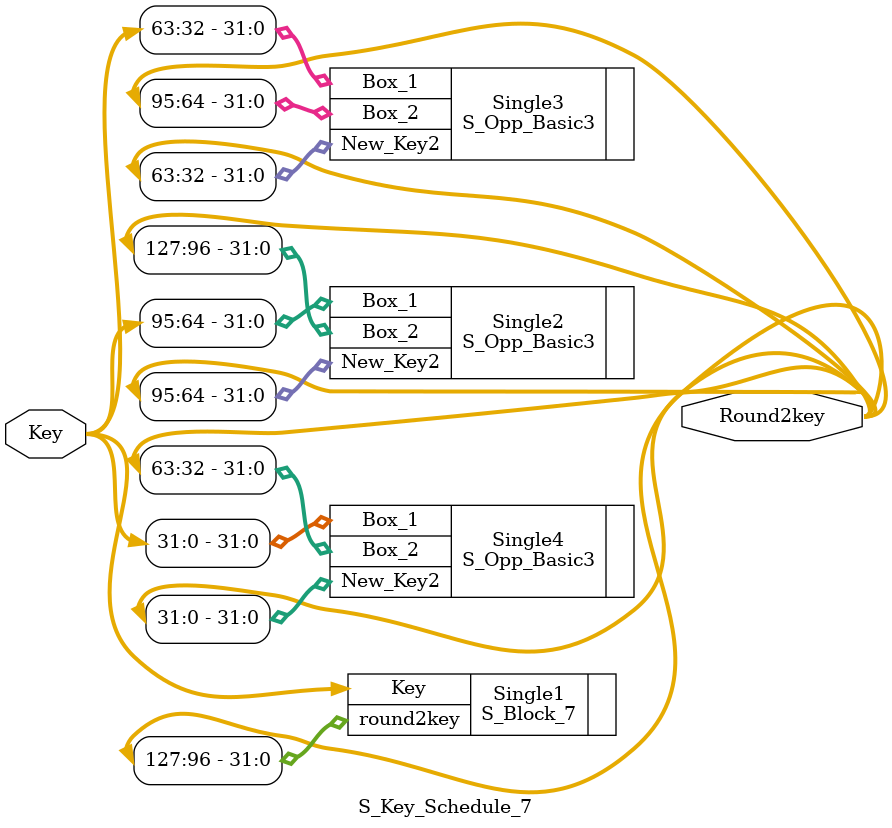
<source format=v>
module S_Key_Schedule_7(Key,Round2key);
  input [127:0]Key;
  output [127:0]Round2key;
  
S_Block_7 Single1 (
                     .Key(Key),                              
                     .round2key(Round2key[127:96])
                    );


S_Opp_Basic3 Single2 (
                        .Box_1(Key[95:64]), 
                        .Box_2(Round2key[127:96]), 
                        .New_Key2(Round2key[95:64])
                       );


S_Opp_Basic3 Single3 (
                        .Box_1(Key[63:32]), 
                        .Box_2(Round2key[95:64]), 
                        .New_Key2(Round2key[63:32])
                       );


S_Opp_Basic3 Single4 (
                        .Box_1(Key[31:0]), 
                        .Box_2(Round2key[63:32]), 
                        .New_Key2(Round2key[31:0])
                       );

endmodule


</source>
